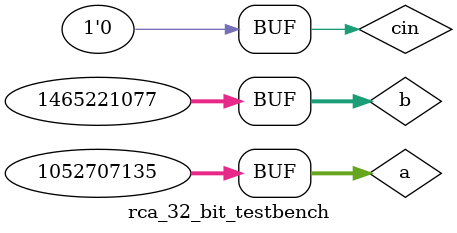
<source format=v>
`timescale 1ns / 1ps


module rca_32_bit_testbench;

	// Inputs
	reg [31:0] a;
	reg [31:0] b;
	reg cin;

	// Outputs
	wire cout;
	wire [31:0] sum;

	// Instantiate the Unit Under Test (UUT)
	rca_32_bit uut (
		.a(a), 
		.b(b), 
		.cin(cin), 
		.cout(cout), 
		.sum(sum)
	);

	initial begin
		// Initialize Inputs
		a = 32'b00111110101111110011111010111111;
		b = 32'b01010101010101010101010101010101;
		cin = 0;
		#20;
		a = 32'b10111110100111000011111010100110;
		b = 32'b01010111010101110101011101110111;
		cin = 0;
		#20;
		a = 32'b00111110101111110000100100111111;
		b = 32'b01010111010101010111111111010101;
		cin = 0;
		#20;		
		// Add stimulus here

	end
      
endmodule


</source>
